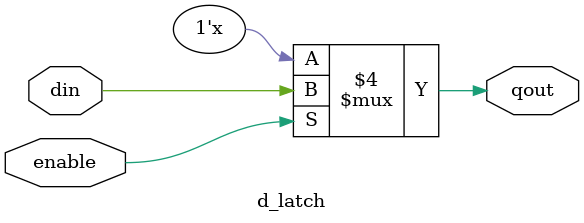
<source format=v>
module d_latch(qout,din,enable);
  output qout;
  input din,enable;

  reg qout;

  always@(enable) begin
  if(enable ==1) qout = din;
  end

  endmodule

</source>
